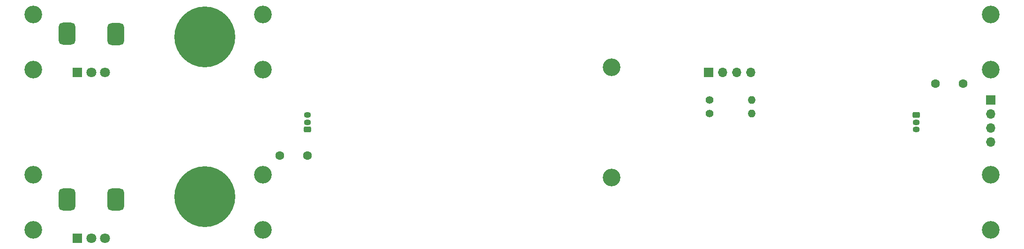
<source format=gts>
G04 #@! TF.GenerationSoftware,KiCad,Pcbnew,8.0.7*
G04 #@! TF.CreationDate,2025-07-02T22:20:04-04:00*
G04 #@! TF.ProjectId,Sum25_GTR,53756d32-355f-4475-9452-2e6b69636164,rev?*
G04 #@! TF.SameCoordinates,Original*
G04 #@! TF.FileFunction,Soldermask,Top*
G04 #@! TF.FilePolarity,Negative*
%FSLAX46Y46*%
G04 Gerber Fmt 4.6, Leading zero omitted, Abs format (unit mm)*
G04 Created by KiCad (PCBNEW 8.0.7) date 2025-07-02 22:20:04*
%MOMM*%
%LPD*%
G01*
G04 APERTURE LIST*
G04 Aperture macros list*
%AMRoundRect*
0 Rectangle with rounded corners*
0 $1 Rounding radius*
0 $2 $3 $4 $5 $6 $7 $8 $9 X,Y pos of 4 corners*
0 Add a 4 corners polygon primitive as box body*
4,1,4,$2,$3,$4,$5,$6,$7,$8,$9,$2,$3,0*
0 Add four circle primitives for the rounded corners*
1,1,$1+$1,$2,$3*
1,1,$1+$1,$4,$5*
1,1,$1+$1,$6,$7*
1,1,$1+$1,$8,$9*
0 Add four rect primitives between the rounded corners*
20,1,$1+$1,$2,$3,$4,$5,0*
20,1,$1+$1,$4,$5,$6,$7,0*
20,1,$1+$1,$6,$7,$8,$9,0*
20,1,$1+$1,$8,$9,$2,$3,0*%
G04 Aperture macros list end*
%ADD10C,3.200000*%
%ADD11R,1.800000X1.800000*%
%ADD12C,1.800000*%
%ADD13RoundRect,0.750000X0.750000X-1.250000X0.750000X1.250000X-0.750000X1.250000X-0.750000X-1.250000X0*%
%ADD14RoundRect,0.249900X0.400100X-0.275100X0.400100X0.275100X-0.400100X0.275100X-0.400100X-0.275100X0*%
%ADD15O,1.300000X1.050000*%
%ADD16RoundRect,0.249900X-0.400100X0.275100X-0.400100X-0.275100X0.400100X-0.275100X0.400100X0.275100X0*%
%ADD17C,6.800000*%
%ADD18C,11.000000*%
%ADD19C,1.600000*%
%ADD20R,1.700000X1.700000*%
%ADD21O,1.700000X1.700000*%
%ADD22C,1.400000*%
%ADD23O,1.400000X1.400000*%
G04 APERTURE END LIST*
D10*
X90000000Y-103500000D03*
X90000000Y-84500000D03*
D11*
X56500000Y-115000000D03*
D12*
X59000000Y-115000000D03*
X61500000Y-115000000D03*
D13*
X54600000Y-108000000D03*
X63400000Y-108000000D03*
D10*
X153000000Y-104000000D03*
X48500000Y-84500000D03*
X153000000Y-84000000D03*
X221500000Y-113500000D03*
D14*
X98000000Y-95300000D03*
D15*
X98000000Y-94000000D03*
X98000000Y-92700000D03*
D16*
X208000000Y-92700000D03*
D15*
X208000000Y-94000000D03*
X208000000Y-95300000D03*
D17*
X79500000Y-107500000D03*
D18*
X79500000Y-107500000D03*
D10*
X221500000Y-103500000D03*
X221500000Y-74500000D03*
X90000000Y-113500000D03*
D11*
X56500000Y-85000000D03*
D12*
X59000000Y-85000000D03*
X61500000Y-85000000D03*
D13*
X63400000Y-78000000D03*
X54600000Y-77950000D03*
D10*
X48500000Y-113500000D03*
D17*
X79500000Y-78500000D03*
D18*
X79500000Y-78500000D03*
D10*
X221500000Y-84500000D03*
X48500000Y-103500000D03*
X90000000Y-74500000D03*
X48500000Y-74500000D03*
D19*
X211500000Y-87000000D03*
X216500000Y-87000000D03*
D20*
X170500000Y-85000000D03*
D21*
X173040000Y-85000000D03*
X175580000Y-85000000D03*
X178120000Y-85000000D03*
D22*
X170690000Y-89960000D03*
D23*
X178310000Y-89960000D03*
D19*
X98000000Y-100000000D03*
X93000000Y-100000000D03*
D20*
X221500000Y-90000000D03*
D21*
X221500000Y-92540000D03*
X221500000Y-95080000D03*
X221500000Y-97620000D03*
D22*
X170690000Y-92460000D03*
D23*
X178310000Y-92460000D03*
M02*

</source>
